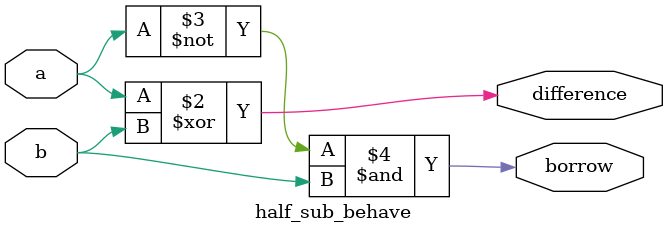
<source format=v>
module half_sub_behave(output reg difference,borrow, input a,b);
always@(borrow,a,b)
begin 
  difference=a^b;
  borrow=~(a)&b;
end
endmodule

  
</source>
